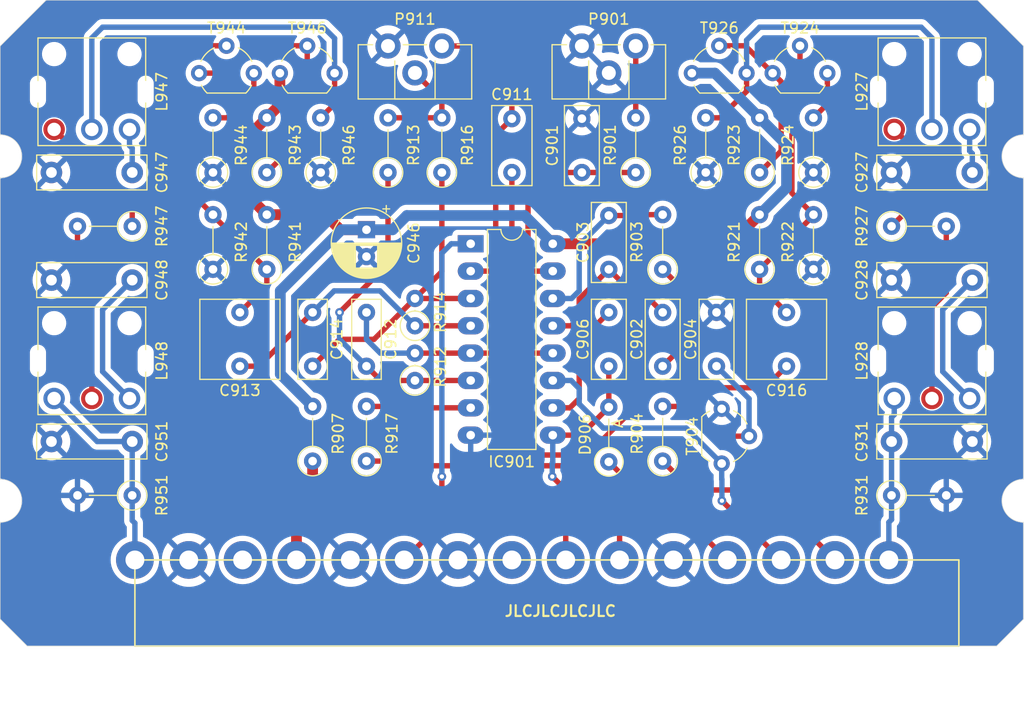
<source format=kicad_pcb>
(kicad_pcb (version 20221018) (generator pcbnew)
  (layers (0 "F.Cu" signal) (31 "B.Cu" signal) (34 "B.Paste" user) (35 "F.Paste" user) (36 "B.SilkS" user "B.Silkscreen") (37 "F.SilkS" user "F.Silkscreen") (38 "B.Mask" user) (39 "F.Mask" user) (44 "Edge.Cuts" user))
  (net 0 "")
  (net 1 "Net-(C902-Pad2)")
  (net 2 "GND")
  (net 3 "Net-(C901-Pad2)")
  (net 4 "P7")
  (net 5 "Net-(C902-Pad1)")
  (net 6 "Net-(C906-Pad2)")
  (net 7 "Net-(C903-Pad2)")
  (net 8 "Net-(C912-Pad2)")
  (net 9 "Net-(C914-Pad1)")
  (net 10 "Net-(T904-B)")
  (net 11 "Net-(T944-B)")
  (net 12 "Net-(C911-Pad1)")
  (net 13 "P3")
  (net 14 "P4")
  (net 15 "Net-(C911-Pad2)")
  (net 16 "P12")
  (net 17 "Net-(P901-Pad1)")
  (net 18 "P2")
  (net 19 "P10")
  (net 20 "P15")
  (net 21 "P1")
  (net 22 "P6")
  (net 23 "Net-(C912-Pad1)")
  (net 24 "Net-(IC901-Pad7)")
  (net 25 "Net-(T924-B)")
  (net 28 "Net-(P911-Pad2)")
  (net 29 "Net-(C927-Pad1)")
  (net 30 "Net-(C928-Pad1)")
  (net 31 "+15V")
  (net 32 "Net-(C947-Pad1)")
  (net 33 "Net-(C948-Pad1)")
  (net 34 "Net-(T924-C)")
  (net 35 "Net-(T924-E)")
  (net 36 "Net-(T944-C)")
  (net 37 "Net-(T944-E)")
  (net 38 "Net-(C913-Pad1)")
  (net 39 "Net-(T926-E)")
  (net 40 "Net-(L927-Pad3)")
  (net 41 "Net-(L928-Pad2)")
  (net 42 "Net-(T946-E)")
  (net 43 "Net-(L947-Pad3)")
  (net 44 "Net-(L948-Pad2)")
  (footprint "Stereo-Decoder-Modul:Connector_01x15_5mm" (layer "F.Cu") (at 127.5 96.75)
    (fp_text reference "J1" hide)
    (fp_text value "Conn_01x15")
  )
  (footprint "Resistor_THT:R_Axial_DIN0207_L6.3mm_D2.5mm_P5.08mm_Vertical" (layer "F.Cu") (at 120.5 69.75 90)
    (fp_text reference "R922")
    (fp_text value "33k")
  )
  (footprint "Resistor_THT:R_Axial_DIN0207_L6.3mm_D2.5mm_P2.54mm_Vertical" (layer "F.Cu") (at 83.5 74.995 90)
    (fp_text reference "R914")
    (fp_text value "5.6k")
  )
  (footprint "Stereo-Decoder-Modul:Inductor_Adjustable" (layer "F.Cu") (at 53.5 78.25)
    (fp_text reference "L948")
    (fp_text value "???")
  )
  (footprint "Resistor_THT:R_Axial_DIN0207_L6.3mm_D2.5mm_P5.08mm_Vertical" (layer "F.Cu") (at 64.75 60.75 90)
    (fp_text reference "R944")
    (fp_text value "1.8k")
  )
  (footprint "Resistor_THT:R_Axial_DIN0207_L6.3mm_D2.5mm_P5.08mm_Vertical" (layer "F.Cu") (at 127.75 65.75)
    (fp_text reference "R927")
    (fp_text value "820")
  )
  (footprint "Capacitor_THT:C_Rect_L7.2mm_W3.0mm_P5.00mm_FKS2_FKP2_MKS2_MKP2" (layer "F.Cu") (at 111.5 78.75 90)
    (fp_text reference "C904")
    (fp_text value "220n")
  )
  (footprint "Stereo-Decoder-Modul:Inductor_Adjustable" (layer "F.Cu") (at 131.5 78.25)
    (fp_text reference "L928")
    (fp_text value "???")
  )
  (footprint "Capacitor_THT:C_Rect_L7.2mm_W7.2mm_P5.00mm_FKS2_FKP2_MKS2_MKP2" (layer "F.Cu") (at 67.25 78.75 90)
    (fp_text reference "C913")
    (fp_text value "1µ")
  )
  (footprint "Stereo-Decoder-Modul:Inductor_Adjustable" (layer "F.Cu") (at 53.5 53.25)
    (fp_text reference "L947")
    (fp_text value "???")
  )
  (footprint "Resistor_THT:R_Axial_DIN0207_L6.3mm_D2.5mm_P5.08mm_Vertical" (layer "F.Cu") (at 86 60.75 90)
    (fp_text reference "R916")
    (fp_text value "39k")
  )
  (footprint "Capacitor_THT:C_Rect_L7.2mm_W2.5mm_P5.00mm_FKS2_FKP2_MKS2_MKP2" (layer "F.Cu") (at 74 78.75 90)
    (fp_text reference "C914")
    (fp_text value "10n")
  )
  (footprint "Package_TO_SOT_THT:TO-92_Wide" (layer "F.Cu") (at 111.98 82.71 -90)
    (fp_text reference "T904")
    (fp_text value "BC557")
  )
  (footprint "Resistor_THT:R_Axial_DIN0207_L6.3mm_D2.5mm_P5.08mm_Vertical" (layer "F.Cu") (at 69.75 69.75 90)
    (fp_text reference "R941")
    (fp_text value "150k")
  )
  (footprint "Package_TO_SOT_THT:TO-92_Wide" (layer "F.Cu") (at 63.46 51.52)
    (fp_text reference "T944")
    (fp_text value "BC547")
  )
  (footprint "Resistor_THT:R_Axial_DIN0207_L6.3mm_D2.5mm_P5.08mm_Vertical" (layer "F.Cu") (at 57.25 90.75 180)
    (fp_text reference "R951")
    (fp_text value "27k")
  )
  (footprint "Resistor_THT:R_Axial_DIN0207_L6.3mm_D2.5mm_P5.08mm_Vertical" (layer "F.Cu") (at 115.5 60.75 90)
    (fp_text reference "R923")
    (fp_text value "8.2k")
  )
  (footprint "Diode_THT:D_DO-35_SOD27_P5.08mm_Vertical_AnodeUp" (layer "F.Cu") (at 101.5 87.634315 90)
    (fp_text reference "D906")
    (fp_text value "1N4148")
  )
  (footprint "Package_TO_SOT_THT:TO-92_Wide" (layer "F.Cu") (at 70.96 51.52)
    (fp_text reference "T946")
    (fp_text value "BC547")
  )
  (footprint "Capacitor_THT:C_Rect_L10.0mm_W3.0mm_P7.50mm_MKS4" (layer "F.Cu") (at 57.25 60.75 180)
    (fp_text reference "C947")
    (fp_text value "2.7n")
  )
  (footprint "Resistor_THT:R_Axial_DIN0207_L6.3mm_D2.5mm_P5.08mm_Vertical" (layer "F.Cu") (at 81 60.75 90)
    (fp_text reference "R913")
    (fp_text value "39k")
  )
  (footprint "Resistor_THT:R_Axial_DIN0207_L6.3mm_D2.5mm_P5.08mm_Vertical" (layer "F.Cu") (at 120.5 60.75 90)
    (fp_text reference "R924")
    (fp_text value "1.8k")
  )
  (footprint "Resistor_THT:R_Axial_DIN0207_L6.3mm_D2.5mm_P5.08mm_Vertical" (layer "F.Cu") (at 127.75 90.75)
    (fp_text reference "R931")
    (fp_text value "27k")
  )
  (footprint "Resistor_THT:R_Axial_DIN0207_L6.3mm_D2.5mm_P5.08mm_Vertical" (layer "F.Cu") (at 64.75 69.75 90)
    (fp_text reference "R942")
    (fp_text value "33k")
  )
  (footprint "Capacitor_THT:C_Rect_L10.0mm_W3.0mm_P7.50mm_MKS4" (layer "F.Cu") (at 57.25 70.75 180)
    (fp_text reference "C948")
    (fp_text value "18n")
  )
  (footprint "Package_DIP:DIP-16_W7.62mm_LongPads" (layer "F.Cu") (at 88.675 67.375)
    (fp_text reference "IC901")
    (fp_text value "TCA4500A")
  )
  (footprint "Potentiometer_THT:Potentiometer_Piher_PT-10-H01_Horizontal" (layer "F.Cu") (at 104 49 -90)
    (fp_text reference "P901")
    (fp_text value "5k")
  )
  (footprint "Resistor_THT:R_Axial_DIN0207_L6.3mm_D2.5mm_P5.08mm_Vertical" (layer "F.Cu") (at 74 87.565 90)
    (fp_text reference "R907")
    (fp_text value "47")
  )
  (footprint "Package_TO_SOT_THT:TO-92_Wide" (layer "F.Cu") (at 116.71 51.52)
    (fp_text reference "T924")
    (fp_text value "BC547")
  )
  (footprint "Resistor_THT:R_Axial_DIN0207_L6.3mm_D2.5mm_P5.08mm_Vertical" (layer "F.Cu") (at 79 87.565 90)
    (fp_text reference "R917")
    (fp_text value "680")
  )
  (footprint "Stereo-Decoder-Modul:stereodecoder" (layer "F.Cu") (at 92.5 74.75)
    (fp_text reference "G***" hide)
    (fp_text value "LOGO" hide)
  )
  (footprint "Capacitor_THT:C_Rect_L10.0mm_W3.0mm_P7.50mm_MKS4" (layer "F.Cu") (at 57.25 85.75 180)
    (fp_text reference "C951")
    (fp_text value "10n")
  )
  (footprint "Resistor_THT:R_Axial_DIN0207_L6.3mm_D2.5mm_P5.08mm_Vertical" (layer "F.Cu") (at 110.5 60.75 90)
    (fp_text reference "R926")
    (fp_text value "3.9k")
  )
  (footprint "Capacitor_THT:C_Rect_L7.2mm_W7.2mm_P5.00mm_FKS2_FKP2_MKS2_MKP2" (layer "F.Cu") (at 118 78.75 90)
    (fp_text reference "C916")
    (fp_text value "1µ")
  )
  (footprint "Capacitor_THT:CP_Radial_D6.3mm_P2.50mm" (layer "F.Cu") (at 79 66.067621 -90)
    (fp_text reference "C946")
    (fp_text value "220µF")
  )
  (footprint "Resistor_THT:R_Axial_DIN0207_L6.3mm_D2.5mm_P5.08mm_Vertical" (layer "F.Cu") (at 57.25 65.75 180)
    (fp_text reference "R947")
    (fp_text value "820")
  )
  (footprint "Resistor_THT:R_Axial_DIN0207_L6.3mm_D2.5mm_P5.08mm_Vertical" (layer "F.Cu") (at 69.75 60.75 90)
    (fp_text reference "R943")
    (fp_text value "8.2k")
  )
  (footprint "Capacitor_THT:C_Rect_L7.2mm_W3.0mm_P5.00mm_FKS2_FKP2_MKS2_MKP2" (layer "F.Cu") (at 106.5 78.75 90)
    (fp_text reference "C902")
    (fp_text value "470n")
  )
  (footprint "Package_TO_SOT_THT:TO-92_Wide" (layer "F.Cu") (at 109.21 51.52)
    (fp_text reference "T926")
    (fp_text value "BC547")
  )
  (footprint "Resistor_THT:R_Axial_DIN0207_L6.3mm_D2.5mm_P5.08mm_Vertical" (layer "F.Cu") (at 106.5 69.75 90)
    (fp_text reference "R903")
    (fp_text value "1k")
  )
  (footprint "Potentiometer_THT:Potentiometer_Piher_PT-10-H01_Horizontal" (layer "F.Cu") (at 86 49 -90)
    (fp_text reference "P911")
    (fp_text value "10k")
  )
  (footprint "Capacitor_THT:C_Rect_L7.2mm_W3.0mm_P5.00mm_FKS2_FKP2_MKS2_MKP2" (layer "F.Cu") (at 101.5 69.75 90)
    (fp_text reference "C903")
    (fp_text value "220n")
  )
  (footprint "Resistor_THT:R_Axial_DIN0207_L6.3mm_D2.5mm_P5.08mm_Vertical" (layer "F.Cu") (at 106.5 87.565 90)
    (fp_text reference "R904")
    (fp_text value "33k")
  )
  (footprint "Capacitor_THT:C_Rect_L10.0mm_W3.0mm_P7.50mm_MKS4" (layer "F.Cu") (at 135.25 60.75 180)
    (fp_text reference "C927")
    (fp_text value "2.7n")
  )
  (footprint "Resistor_THT:R_Axial_DIN0207_L6.3mm_D2.5mm_P5.08mm_Vertical" (layer "F.Cu") (at 74.75 60.75 90)
    (fp_text reference "R946")
    (fp_text value "3.9k")
  )
  (footprint "Capacitor_THT:C_Rect_L7.2mm_W3.0mm_P5.00mm_FKS2_FKP2_MKS2_MKP2" (layer "F.Cu") (at 101.5 78.75 90)
    (fp_text reference "C906")
    (fp_text value "220n")
  )
  (footprint "Capacitor_THT:C_Rect_L7.2mm_W3.5mm_P5.00mm_FKS2_FKP2_MKS2_MKP2" (layer "F.Cu") (at 92.5 60.75 90)
    (fp_text reference "C911")
    (fp_text value "6.8n")
  )
  (footprint "Capacitor_THT:C_Rect_L10.0mm_W3.0mm_P7.50mm_MKS4" (layer "F.Cu") (at 135.25 70.75 180)
    (fp_text reference "C928")
    (fp_text value "18n")
  )
  (footprint "Resistor_THT:R_Axial_DIN0207_L6.3mm_D2.5mm_P5.08mm_Vertical" (layer "F.Cu") (at 115.5 69.75 90)
    (fp_text reference "R921")
    (fp_text value "150k")
  )
  (footprint "Capacitor_THT:C_Rect_L7.2mm_W3.0mm_P5.00mm_FKS2_FKP2_MKS2_MKP2" (layer "F.Cu") (at 99 55.75 -90)
    (fp_text reference "C901")
    (fp_text value "220p")
  )
  (footprint "Resistor_THT:R_Axial_DIN0207_L6.3mm_D2.5mm_P2.54mm_Vertical" (layer "F.Cu") (at 83.5 80.075 90)
    (fp_text reference "R912")
    (fp_text value "5.6k")
  )
  (footprint "Stereo-Decoder-Modul:Inductor_Adjustable" (layer "F.Cu") (at 131.5 53.25)
    (fp_text reference "L927")
    (fp_text value "???")
  )
  (footprint "Resistor_THT:R_Axial_DIN0207_L6.3mm_D2.5mm_P5.08mm_Vertical" (layer "F.Cu") (at 104 60.75 90)
    (fp_text reference "R901")
    (fp_text value "10k")
  )
  (footprint "Capacitor_THT:C_Rect_L10.0mm_W3.0mm_P7.50mm_MKS4" (layer "F.Cu") (at 127.75 85.75)
    (fp_text reference "C931")
    (fp_text value "10n")
  )
  (footprint "Capacitor_THT:C_Rect_L7.2mm_W2.5mm_P5.00mm_FKS2_FKP2_MKS2_MKP2" (layer "F.Cu") (at 79 73.75 -90)
    (fp_text reference "C912")
    (fp_text value "10n")
  )
  (gr_line (start 45 89.25) (end 45 61.25) (stroke (width 0.05)) (layer "Edge.Cuts"))
  (gr_line (start 45 49) (end 49.25 44.75) (stroke (width 0.05)) (layer "Edge.Cuts"))
  (gr_line (start 135.75 44.75) (end 140 49) (stroke (width 0.05)) (layer "Edge.Cuts"))
  (gr_line (start 137.5 104.75) (end 140 102.25) (stroke (width 0.05)) (layer "Edge.Cuts"))
  (gr_line (start 45 102.25) (end 47.5 104.75) (stroke (width 0.05)) (layer "Edge.Cuts"))
  (gr_arc (start 45 89.25) (mid 47 91.25) (end 45 93.25) (stroke (width 0.05)) (layer "Edge.Cuts"))
  (gr_arc (start 45 57.25) (mid 47 59.25) (end 45 61.25) (stroke (width 0.05)) (layer "Edge.Cuts"))
  (gr_arc (start 140 61.25) (mid 138 59.25) (end 140 57.25) (stroke (width 0.05)) (layer "Edge.Cuts"))
  (gr_line (start 49.25 44.75) (end 135.75 44.75) (stroke (width 0.05)) (layer "Edge.Cuts"))
  (gr_line (start 140 102.25) (end 140 93.25) (stroke (width 0.05)) (layer "Edge.Cuts"))
  (gr_line (start 45 102.25) (end 45 93.25) (stroke (width 0.05)) (layer "Edge.Cuts"))
  (gr_line (start 140 49) (end 140 57.25) (stroke (width 0.05)) (layer "Edge.Cuts"))
  (gr_line (start 45 49) (end 45 57.25) (stroke (width 0.05)) (layer "Edge.Cuts"))
  (gr_line (start 140 61.25) (end 140 89.25) (stroke (width 0.05)) (layer "Edge.Cuts"))
  (gr_arc (start 140 93.25) (mid 138 91.25) (end 140 89.25) (stroke (width 0.05)) (layer "Edge.Cuts"))
  (gr_line (start 137.5 104.75) (end 47.5 104.75) (stroke (width 0.05)) (layer "Edge.Cuts"))
  (gr_text "JLCJLCJLCJLC" (at 97 101.5) (layer "F.SilkS") (effects (font (size 1 1) (thickness 0.2))))
  (segment (start 101.5 69.75) (end 103.5 71.75) (width 0.5) (layer "F.Cu") (net 1))
  (segment (start 98.005 74.995) (end 98.75 74.25) (width 0.5) (layer "F.Cu") (net 1))
  (segment (start 96.295 74.995) (end 98.005 74.995) (width 0.5) (layer "F.Cu") (net 1))
  (segment (start 98.75 72.5) (end 101.5 69.75) (width 0.5) (layer "F.Cu") (net 1))
  (segment (start 104.5 71.75) (end 103.5 71.75) (width 0.5) (layer "F.Cu") (net 1))
  (segment (start 98.75 74.25) (end 98.75 72.5) (width 0.5) (layer "F.Cu") (net 1))
  (segment (start 106.5 73.75) (end 104.5 71.75) (width 0.5) (layer "F.Cu") (net 1))
  (segment (start 94.415 69.915) (end 96.295 69.915) (width 0.5) (layer "F.Cu") (net 3))
  (segment (start 99 60.75) (end 95.5 60.75) (width 0.5) (layer "F.Cu") (net 3))
  (segment (start 94 69.5) (end 94.415 69.915) (width 0.5) (layer "F.Cu") (net 3))
  (segment (start 94 62.25) (end 94 69.5) (width 0.5) (layer "F.Cu") (net 3))
  (segment (start 95.5 60.75) (end 94 62.25) (width 0.5) (layer "F.Cu") (net 3))
  (segment (start 104 60.75) (end 99 60.75) (width 0.5) (layer "F.Cu") (net 3))
  (segment (start 101.5 78.75) (end 101.5 82.554315) (width 0.5) (layer "F.Cu") (net 4))
  (segment (start 97.5 96.75) (end 97.5 90.25) (width 0.5) (layer "F.Cu") (net 4))
  (segment (start 101.5 82.554315) (end 98.899315 85.155) (width 0.5) (layer "F.Cu") (net 4))
  (segment (start 98.899315 85.155) (end 96.295 85.155) (width 0.5) (layer "F.Cu") (net 4))
  (segment (start 97.5 90.25) (end 96.25 89) (width 0.5) (layer "F.Cu") (net 4))
  (via (at 96.25 89) (size 0.8) (drill 0.4) (layers "F.Cu" "B.Cu") (net 4))
  (segment (start 96.295 87.705) (end 96.295 85.155) (width 0.5) (layer "B.Cu") (net 4))
  (segment (start 96.25 87.75) (end 96.295 87.705) (width 0.5) (layer "B.Cu") (net 4))
  (segment (start 96.25 89) (end 96.25 87.75) (width 0.5) (layer "B.Cu") (net 4))
  (segment (start 106.5 69.75) (end 109 72.25) (width 0.5) (layer "F.Cu") (net 5))
  (segment (start 109 76.25) (end 106.5 78.75) (width 0.5) (layer "F.Cu") (net 5))
  (segment (start 109 72.25) (end 109 76.25) (width 0.5) (layer "F.Cu") (net 5))
  (segment (start 97.885 82.615) (end 98.75 81.75) (width 0.5) (layer "F.Cu") (net 6))
  (segment (start 98.75 81.75) (end 98.75 76.5) (width 0.5) (layer "F.Cu") (net 6))
  (segment (start 98.75 76.5) (end 101.5 73.75) (width 0.5) (layer "F.Cu") (net 6))
  (segment (start 96.295 82.615) (end 97.885 82.615) (width 0.5) (layer "F.Cu") (net 6))
  (segment (start 106.5 64.67) (end 104.08 64.67) (width 0.5) (layer "F.Cu") (net 7))
  (segment (start 104 64.75) (end 101.5 64.75) (width 0.5) (layer "F.Cu") (net 7))
  (segment (start 104.08 64.67) (end 104 64.75) (width 0.5) (layer "F.Cu") (net 7))
  (segment (start 98.75 71.75) (end 98.75 67.5) (width 0.5) (layer "B.Cu") (net 7))
  (segment (start 98.045 72.455) (end 98.75 71.75) (width 0.5) (layer "B.Cu") (net 7))
  (segment (start 96.295 72.455) (end 98.045 72.455) (width 0.5) (layer "B.Cu") (net 7))
  (segment (start 98.75 67.5) (end 101.5 64.75) (width 0.5) (layer "B.Cu") (net 7))
  (segment (start 81 69.25) (end 76.5 73.75) (width 0.5) (layer "F.Cu") (net 8))
  (segment (start 83.5 80.075) (end 80.325 80.075) (width 0.5) (layer "F.Cu") (net 8))
  (segment (start 81 60.75) (end 81 69.25) (width 0.5) (layer "F.Cu") (net 8))
  (segment (start 88.675 80.075) (end 83.5 80.075) (width 0.5) (layer "F.Cu") (net 8))
  (segment (start 80.325 80.075) (end 79 78.75) (width 0.5) (layer "F.Cu") (net 8))
  (via (at 76.5 73.75) (size 0.8) (drill 0.4) (layers "F.Cu" "B.Cu") (net 8))
  (segment (start 79 78.75) (end 76.5 76.25) (width 0.5) (layer "B.Cu") (net 8))
  (segment (start 76.5 76.25) (end 76.5 73.75) (width 0.5) (layer "B.Cu") (net 8))
  (segment (start 83.5 72.455) (end 81.25 74.705) (width 0.5) (layer "F.Cu") (net 9))
  (segment (start 74 78.75) (end 76.5 76.25) (width 0.5) (layer "F.Cu") (net 9))
  (segment (start 76.5 76.25) (end 79.705 76.25) (width 0.5) (layer "F.Cu") (net 9))
  (segment (start 86 60.75) (end 86 69.955) (width 0.5) (layer "F.Cu") (net 9))
  (segment (start 79.705 76.25) (end 81.25 74.705) (width 0.5) (layer "F.Cu") (net 9))
  (segment (start 86 69.955) (end 83.5 72.455) (width 0.5) (layer "F.Cu") (net 9))
  (segment (start 88.675 72.455) (end 83.5 72.455) (width 0.5) (layer "F.Cu") (net 9))
  (segment (start 111.5 85.25) (end 108.735 82.485) (width 0.5) (layer "F.Cu") (net 10))
  (segment (start 108.735 82.485) (end 106.5 82.485) (width 0.5) (layer "F.Cu") (net 10))
  (segment (start 114.52 85.25) (end 111.5 85.25) (width 0.5) (layer "F.Cu") (net 10))
  (segment (start 114.52 85.25) (end 114.52 81.77) (width 0.5) (layer "B.Cu") (net 10))
  (segment (start 114.52 81.77) (end 111.5 78.75) (width 0.5) (layer "B.Cu") (net 10))
  (segment (start 63.02 48.98) (end 61.25 50.75) (width 0.5) (layer "F.Cu") (net 11))
  (segment (start 61.25 52.5) (end 61.25 50.75) (width 0.5) (layer "F.Cu") (net 11))
  (segment (start 61.25 52.5) (end 61.25 61.17) (width 0.5) (layer "F.Cu") (net 11))
  (segment (start 69.75 69.75) (end 69.75 71.25) (width 0.5) (layer "F.Cu") (net 11))
  (segment (start 64.75 64.75) (end 64.75 64.67) (width 0.5) (layer "F.Cu") (net 11))
  (segment (start 69.75 71.25) (end 67.25 73.75) (width 0.5) (layer "F.Cu") (net 11))
  (segment (start 61.25 52.5) (end 61.25 52) (width 0.5) (layer "F.Cu") (net 11))
  (segment (start 69.75 69.75) (end 64.75 64.75) (width 0.5) (layer "F.Cu") (net 11))
  (segment (start 61.25 61.17) (end 64.75 64.67) (width 0.5) (layer "F.Cu") (net 11))
  (segment (start 66 48.98) (end 63.02 48.98) (width 0.5) (layer "F.Cu") (net 11))
  (segment (start 94.035 77.535) (end 92.5 76) (width 0.5) (layer "F.Cu") (net 12))
  (segment (start 96.295 77.535) (end 94.035 77.535) (width 0.5) (layer "F.Cu") (net 12))
  (segment (start 92.5 76) (end 92.5 60.5) (width 0.5) (layer "F.Cu") (net 12))
  (segment (start 112 91.25) (end 111.98 91.23) (width 0.5) (layer "F.Cu") (net 13))
  (segment (start 117.5 96.75) (end 112 91.25) (width 0.5) (layer "F.Cu") (net 13))
  (via (at 112 91.25) (size 0.8) (drill 0.4) (layers "F.Cu" "B.Cu") (net 13))
  (segment (start 108.69 84.5) (end 101 84.5) (width 0.5) (layer "B.Cu") (net 13))
  (segment (start 101 84.5) (end 98.75 82.25) (width 0.5) (layer "B.Cu") (net 13))
  (segment (start 112 91.25) (end 112 89.25) (width 0.5) (layer "B.Cu") (net 13))
  (segment (start 108.69 84.5) (end 111.98 87.79) (width 0.5) (layer "B.Cu") (net 13))
  (segment (start 111.98 89.23) (end 111.98 87.79) (width 0.5) (layer "B.Cu") (net 13))
  (segment (start 98 80.075) (end 96.295 80.075) (width 0.5) (layer "B.Cu") (net 13))
  (segment (start 98.75 82.25) (end 98.75 80.825) (width 0.5) (layer "B.Cu") (net 13))
  (segment (start 112 89.25) (end 111.98 89.23) (width 0.5) (layer "B.Cu") (net 13))
  (segment (start 98.75 80.825) (end 98 80.075) (width 0.5) (layer "B.Cu") (net 13))
  (segment (start 105.942158 90.192158) (end 104.057842 90.192158) (width 0.5) (layer "F.Cu") (net 14))
  (segment (start 104.057842 90.192158) (end 101.5 87.634315) (width 0.5) (layer "F.Cu") (net 14))
  (segment (start 112.5 96.75) (end 105.942158 90.192158) (width 0.5) (layer "F.Cu") (net 14))
  (segment (start 92.5 55.75) (end 92.5 52.75) (width 0.5) (layer "F.Cu") (net 15))
  (segment (start 91 69.5) (end 91 62.25) (width 0.5) (layer "F.Cu") (net 15))
  (segment (start 90.5 61.75) (end 90.5 57.75) (width 0.5) (layer "F.Cu") (net 15))
  (segment (start 91 62.25) (end 90.5 61.75) (width 0.5) (layer "F.Cu") (net 15))
  (segment (start 90.585 69.915) (end 91 69.5) (width 0.5) (layer "F.Cu") (net 15))
  (segment (start 88.675 69.915) (end 90.585 69.915) (width 0.5) (layer "F.Cu") (net 15))
  (segment (start 90.5 57.75) (end 92.5 55.75) (width 0.5) (layer "F.Cu") (net 15))
  (segment (start 86 49) (end 88.75 49) (width 0.5) (layer "F.Cu") (net 15))
  (segment (start 88.75 49) (end 92.5 52.75) (width 0.5) (layer "F.Cu") (net 15))
  (segment (start 74 87.565) (end 74 92) (width 1) (layer "F.Cu") (net 16))
  (segment (start 72.5 93.5) (end 74 92) (width 1) (layer "F.Cu") (net 16))
  (segment (start 72.5 96.75) (end 72.5 93.5) (width 1) (layer "F.Cu") (net 16))
  (segment (start 104 49) (end 104 55.67) (width 0.5) (layer "F.Cu") (net 17))
  (segment (start 122.5 96.75) (end 116 90.25) (width 0.5) (layer "F.Cu") (net 18))
  (segment (start 109.185 90.25) (end 106.5 87.565) (width 0.5) (layer "F.Cu") (net 18))
  (segment (start 116 90.25) (end 109.185 90.25) (width 0.5) (layer "F.Cu") (net 18))
  (segment (start 86 93.25) (end 86 89) (width 0.5) (layer "F.Cu") (net 19))
  (segment (start 82.5 96.75) (end 86 93.25) (width 0.5) (layer "F.Cu") (net 19))
  (via (at 86 89) (size 0.8) (drill 0.4) (layers "F.Cu" "B.Cu") (net 19))
  (segment (start 86.875 67.375) (end 86 68.25) (width 0.5) (layer "B.Cu") (net 19))
  (segment (start 86 68.25) (end 86 89) (width 0.5) (layer "B.Cu") (net 19))
  (segment (start 88.675 67.375) (end 86.875 67.375) (width 0.5) (layer "B.Cu") (net 19))
  (segment (start 57.25 90.75) (end 57.25 93.08) (width 0.5) (layer "B.Cu") (net 20))
  (segment (start 54 85.75) (end 50 81.75) (width 0.5) (layer "B.Cu") (net 20))
  (segment (start 57.5 96.75) (end 57.5 93.33) (width 0.5) (layer "B.Cu") (net 20))
  (segment (start 57.25 93.08) (end 57.5 93.33) (width 0.5) (layer "B.Cu") (net 20))
  (segment (start 57.25 85.75) (end 54 85.75) (width 0.5) (layer "B.Cu") (net 20))
  (segment (start 57.25 85.75) (end 57.25 90.75) (width 0.5) (layer "B.Cu") (net 20))
  (segment (start 127.75 93) (end 127.5 93.25) (width 0.5) (layer "B.Cu") (net 21))
  (segment (start 127.75 90.75) (end 127.75 93) (width 0.5) (layer "B.Cu") (net 21))
  (segment (start 127.75 83.5) (end 128 83.25) (width 0.5) (layer "B.Cu") (net 21))
  (segment (start 127.75 85.75) (end 127.75 90.75) (width 0.5) (layer "B.Cu") (net 21))
  (segment (start 128 81.75) (end 128 83.25) (width 0.5) (layer "B.Cu") (net 21))
  (segment (start 127.5 93.25) (end 127.5 96.75) (width 0.5) (layer "B.Cu") (net 21))
  (segment (start 127.75 85.75) (end 127.75 83.5) (width 0.5) (layer "B.Cu") (net 21))
  (segment (start 81.75 88) (end 81.315 87.565) (width 0.5) (layer "F.Cu") (net 22))
  (segment (start 98.25 88) (end 81.75 88) (width 0.5) (layer "F.Cu") (net 22))
  (segment (start 102.5 92.25) (end 98.25 88) (width 0.5) (layer "F.Cu") (net 22))
  (segment (start 81.315 87.565) (end 79 87.565) (width 0.5) (layer "F.Cu") (net 22))
  (segment (start 102.5 96.75) (end 102.5 92.25) (width 0.5) (layer "F.Cu") (net 22))
  (segment (start 94.75 87) (end 92.5 84.75) (width 0.5) (layer "F.Cu") (net 23))
  (segment (start 88.675 77.535) (end 83.5 77.535) (width 0.5) (layer "F.Cu") (net 23))
  (segment (start 92.5 78.785) (end 91.25 77.535) (width 0.5) (layer "F.Cu") (net 23))
  (segment (start 118 78.75) (end 116 80.75) (width 0.5) (layer "F.Cu") (net 23))
  (segment (start 116 80.75) (end 105.75 80.75) (width 0.5) (layer "F.Cu") (net 23))
  (segment (start 105.75 80.75) (end 99.5 87) (width 0.5) (layer "F.Cu") (net 23))
  (segment (start 91.25 77.535) (end 88.675 77.535) (width 0.5) (layer "F.Cu") (net 23))
  (segment (start 99.5 87) (end 94.75 87) (width 0.5) (layer "F.Cu") (net 23))
  (segment (start 92.5 84.75) (end 92.5 78.785) (width 0.5) (layer "F.Cu") (net 23))
  (segment (start 79 76.25) (end 79 73.75) (width 0.5) (layer "B.Cu") (net 23))
  (segment (start 83.5 77.535) (end 80.285 77.535) (width 0.5) (layer "B.Cu") (net 23))
  (segment (start 80.285 77.535) (end 79 76.25) (width 0.5) (layer "B.Cu") (net 23))
  (segment (start 81.365 82.615) (end 81.235 82.485) (width 0.5) (layer "F.Cu") (net 24))
  (segment (start 88.675 82.615) (end 81.365 82.615) (width 0.5) (layer "F.Cu") (net 24))
  (segment (start 81.235 82.485) (end 79 82.485) (width 0.5) (layer "F.Cu") (net 24))
  (segment (start 119.25 51.5) (end 118.5 52.25) (width 0.5) (layer "F.Cu") (net 25))
  (segment (start 118.5 52.25) (end 118.5 62.67) (width 0.5) (layer "F.Cu") (net 25))
  (segment (start 119.25 48.98) (end 119.25 51.5) (width 0.5) (layer "F.Cu") (net 25))
  (segment (start 118.5 62.67) (end 120.5 64.67) (width 0.5) (layer "F.Cu") (net 25))
  (segment (start 115.5 69.75) (end 120.5 64.75) (width 0.5) (layer "F.Cu") (net 25))
  (segment (start 120.5 64.75) (end 120.5 64.67) (width 0.5) (layer "F.Cu") (net 25))
  (segment (start 115.5 69.75) (end 115.5 71.25) (width 0.5) (layer "F.Cu") (net 25))
  (segment (start 115.5 71.25) (end 118 73.75) (width 0.5) (layer "F.Cu") (net 25))
  (segment (start 83.5 51.5) (end 86 54) (width 0.5) (layer "F.Cu") (net 28))
  (segment (start 86 55.67) (end 86 54) (width 0.5) (layer "F.Cu") (net 28))
  (segment (start 86 55.67) (end 81 55.67) (width 0.5) (layer "F.Cu") (net 28))
  (segment (start 135.25 59) (end 135.25 60.75) (width 0.5) (layer "B.Cu") (net 29))
  (segment (start 135 56.75) (end 135 58.75) (width 0.5) (layer "B.Cu") (net 29))
  (segment (start 135 58.75) (end 135.25 59) (width 0.5) (layer "B.Cu") (net 29))
  (segment (start 132.5 73.5) (end 135.25 70.75) (width 0.5) (layer "B.Cu") (net 30))
  (segment (start 135 81.75) (end 132.5 79.25) (width 0.5) (layer "B.Cu") (net 30))
  (segment (start 132.5 79.25) (end 132.5 73.5) (width 0.5) (layer "B.Cu") (net 30))
  (segment (start 75.17 64.67) (end 76.567621 66.067621) (width 1) (layer "F.Cu") (net 31))
  (segment (start 115.5 64.67) (end 112.795 67.375) (width 1) (layer "F.Cu") (net 31))
  (segment (start 76.567621 66.067621) (end 79 66.067621) (width 1) (layer "F.Cu") (net 31))
  (segment (start 112.795 67.375) (end 96.295 67.375) (width 1) (layer "F.Cu") (net 31))
  (segment (start 69.75 64.67) (end 75.17 64.67) (width 1) (layer "F.Cu") (net 31))
  (segment (start 69.75 55.67) (end 67.25 58.17) (width 1) (layer "F.Cu") (net 31))
  (segment (start 70.96 51.52) (end 70.96 54.46) (width 1) (layer "F.Cu") (net 31))
  (segment (start 67.25 58.17) (end 67.25 62.17) (width 1) (layer "F.Cu") (net 31))
  (segment (start 70.96 54.46) (end 69.75 55.67) (width 1) (layer "F.Cu") (net 31))
  (segment (start 67.25 62.17) (end 69.75 64.67) (width 1) (layer "F.Cu") (net 31))
  (segment (start 81.432379 66.067621) (end 79 66.067621) (width 1) (layer "B.Cu") (net 31))
  (segment (start 82.75 64.75) (end 81.432379 66.067621) (width 1) (layer "B.Cu") (net 31))
  (segment (start 71 71.75) (end 71 79.485) (width 1) (layer "B.Cu") (net 31))
  (segment (start 118 58.17) (end 118 62.17) (width 1) (layer "B.Cu") (net 31))
  (segment (start 111.35 51.52) (end 115.5 55.67) (width 1) (layer "B.Cu") (net 31))
  (segment (start 96.295 67.375) (end 93.67 64.75) (width 1) (layer "B.Cu") (net 31))
  (segment (start 115.5 55.67) (end 118 58.17) (width 1) (layer "B.Cu") (net 31))
  (segment (start 118 62.17) (end 115.5 64.67) (width 1) (layer "B.Cu") (net 31))
  (segment (start 71 79.485) (end 74 82.485) (width 1) (layer "B.Cu") (net 31))
  (segment (start 79 66.067621) (end 76.682379 66.067621) (width 1) (layer "B.Cu") (net 31))
  (segment (start 76.682379 66.067621) (end 71 71.75) (width 1) (layer "B.Cu") (net 31))
  (segment (start 93.67 64.75) (end 82.75 64.75) (width 1) (layer "B.Cu") (net 31))
  (segment (start 109.21 51.52) (end 111.35 51.52) (width 1) (layer "B.Cu") (net 31))
  (segment (start 57.25 58.5) (end 57.25 60.75) (width 0.5) (layer "B.Cu") (net 32))
  (segment (start 57 56.75) (end 57 58.25) (width 0.5) (layer "B.Cu") (net 32))
  (segment (start 57 58.25) (end 57.25 58.5) (width 0.5) (layer "B.Cu") (net 32))
  (segment (start 54.5 73.5) (end 57.25 70.75) (width 0.5) (layer "B.Cu") (net 33))
  (segment (start 54.5 79.25) (end 54.5 73.5) (width 0.5) (layer "B.Cu") (net 33))
  (segment (start 57 81.75) (end 54.5 79.25) (width 0.5) (layer "B.Cu") (net 33))
  (segment (start 117.5 58.75) (end 117.5 52.31) (width 0.5) (layer "F.Cu") (net 34))
  (segment (start 111.75 48.98) (end 114.17 48.98) (width 0.5) (layer "F.Cu") (net 34))
  (segment (start 117.345 52.155) (end 116.71 51.52) (width 0.5) (layer "F.Cu") (net 34))
  (segment (start 117.5 52.31) (end 117.345 52.155) (width 0.5) (layer "F.Cu") (net 34))
  (segment (start 114.17 48.98) (end 116.71 51.52) (width 0.5) (layer "F.Cu") (net 34))
  (segment (start 115.5 60.75) (end 117.5 58.75) (width 0.5) (layer "F.Cu") (net 34))
  (segment (start 121.79 54.38) (end 120.5 55.67) (width 0.5) (layer "F.Cu") (net 35))
  (segment (start 121.79 51.52) (end 121.79 54.38) (width 0.5) (layer "F.Cu") (net 35))
  (segment (start 73.5 53) (end 72.25 54.25) (width 0.5) (layer "F.Cu") (net 36))
  (segment (start 72.25 58.25) (end 69.75 60.75) (width 0.5) (layer "F.Cu") (net 36))
  (segment (start 65.98 51.52) (end 68.52 48.98) (width 0.5) (layer "F.Cu") (net 36))
  (segment (start 73.5 48.98) (end 73.5 53) (width 0.5) (layer "F.Cu") (net 36))
  (segment (start 68.52 48.98) (end 73.5 48.98) (width 0.5) (layer "F.Cu") (net 36))
  (segment (start 63.46 51.52) (end 65.98 51.52) (width 0.5) (layer "F.Cu") (net 36))
  (segment (start 72.25 54.25) (end 72.25 58.25) (width 0.5) (layer "F.Cu") (net 36))
  (segment (start 66.08 55.67) (end 64.75 55.67) (width 0.5) (layer "F.Cu") (net 37))
  (segment (start 68.54 53.21) (end 66.08 55.67) (width 0.5) (layer "F.Cu") (net 37))
  (segment (start 68.54 51.52) (end 68.54 53.21) (width 0.5) (layer "F.Cu") (net 37))
  (segment (start 88.675 74.995) (end 83.5 74.995) (width 0.5) (layer "F.Cu") (net 38))
  (segment (start 69 78.75) (end 74 73.75) (width 0.5) (layer "F.Cu") (net 38))
  (segment (start 67.25 78.75) (end 69 78.75) (width 0.5) (layer "F.Cu") (net 38))
  (segment (start 76 71.75) (end 80.255 71.75) (width 0.5) (layer "B.Cu") (net 38))
  (segment (start 74 73.75) (end 76 71.75) (width 0.5) (layer "B.Cu") (net 38))
  (segment (start 80.255 71.75) (end 83.5 74.995) (width 0.5) (layer "B.Cu") (net 38))
  (segment (start 111.83 55.67) (end 114.29 53.21) (width 0.5) (layer "F.Cu") (net 39))
  (segment (start 110.5 55.67) (end 111.83 55.67) (width 0.5) (layer "F.Cu") (net 39))
  (segment (start 114.29 53.21) (end 114.29 51.52) (width 0.5) (layer "F.Cu") (net 39))
  (segment (start 130.5 47.25) (end 131.5 48.25) (width 0.5) (layer "B.Cu") (net 39))
  (segment (start 131.5 48.25) (end 131.5 56.75) (width 0.5) (layer "B.Cu") (net 39))
  (segment (start 114.29 48.46) (end 115.5 47.25) (width 0.5) (layer "B.Cu") (net 39))
  (segment (start 114.29 51.52) (end 114.29 48.46) (width 0.5) (layer "B.Cu") (net 39))
  (segment (start 115.5 47.25) (end 130.5 47.25) (width 0.5) (layer "B.Cu") (net 39))
  (segment (start 129.75 63.75) (end 129.75 58.5) (width 0.5) (layer "F.Cu") (net 40))
  (segment (start 127.75 65.75) (end 129.75 63.75) (width 0.5) (layer "F.Cu") (net 40))
  (segment (start 129.75 58.5) (end 128 56.75) (width 0.5) (layer "F.Cu") (net 40))
  (segment (start 131.5 81.75) (end 131.5 73.25) (width 0.5) (layer "F.Cu") (net 41))
  (segment (start 132.83 65.75) (end 132.83 71.92) (width 0.5) (layer "F.Cu") (net 41))
  (segment (start 132.83 71.92) (end 131.5 73.25) (width 0.5) (layer "F.Cu") (net 41))
  (segment (start 76.04 51.52) (end 76.04 54.38) (width 0.5) (layer "F.Cu") (net 42))
  (segment (start 76.04 54.38) (end 74.75 55.67) (width 0.5) (layer "F.Cu") (net 42))
  (segment (start 75 47.25) (end 54.5 47.25) (width 0.5) (layer "B.Cu") (net 42))
  (segment (start 76.04 51.52) (end 76.04 48.29) (width 0.5) (layer "B.Cu") (net 42))
  (segment (start 53.5 48.25) (end 53.5 56.75) (width 0.5) (layer "B.Cu") (net 42))
  (segment (start 76.04 48.29) (end 75 47.25) (width 0.5) (layer "B.Cu") (net 42))
  (segment (start 54.5 47.25) (end 53.5 48.25) (width 0.5) (layer "B.Cu") (net 42))
  (segment (start 57.25 64) (end 57.25 65.75) (width 0.5) (layer "F.Cu") (net 43))
  (segment (start 50 56.75) (end 57.25 64) (width 0.5) (layer "F.Cu") (net 43))
  (segment (start 52.17 71.92) (end 53.5 73.25) (width 0.5) (layer "F.Cu") (net 44))
  (segment (start 52.17 65.75) (end 52.17 71.92) (width 0.5) (layer "F.Cu") (net 44))
  (segment (start 53.5 73.25) (end 53.5 81.75) (width 0.5) (layer "F.Cu") (net 44))
  (zone (net 2) (net_name "GND") (layer "B.Cu") (connect_pads (clearance 0.5)) (min_thickness 0.225) (fill yes (thermal_gap 0.75) (thermal_bridge_width 0.5))
    (polygon (pts (xy 140 104.75) (xy 45 104.75) (xy 45 44.75) (xy 140 44.75)))
  )
)
</source>
